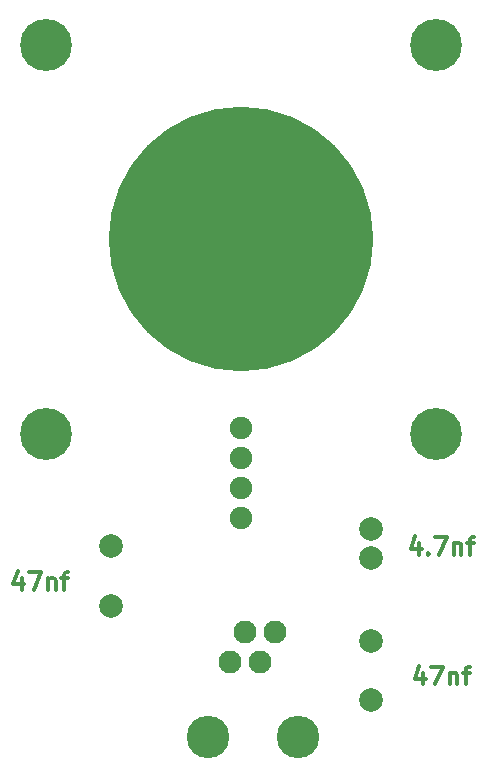
<source format=gbr>
%TF.GenerationSoftware,KiCad,Pcbnew,4.0.7-e2-6376~58~ubuntu16.04.1*%
%TF.CreationDate,2017-12-30T21:22:18+10:00*%
%TF.ProjectId,CurrentSensor,43757272656E7453656E736F722E6B69,rev?*%
%TF.FileFunction,Soldermask,Top*%
%FSLAX46Y46*%
G04 Gerber Fmt 4.6, Leading zero omitted, Abs format (unit mm)*
G04 Created by KiCad (PCBNEW 4.0.7-e2-6376~58~ubuntu16.04.1) date Sat Dec 30 21:22:18 2017*
%MOMM*%
%LPD*%
G01*
G04 APERTURE LIST*
%ADD10C,0.100000*%
%ADD11C,0.300000*%
%ADD12C,2.000000*%
%ADD13C,1.950000*%
%ADD14C,3.600000*%
%ADD15C,22.400000*%
%ADD16C,4.400000*%
%ADD17C,1.900000*%
G04 APERTURE END LIST*
D10*
D11*
X128464286Y-83678571D02*
X128464286Y-84678571D01*
X128107143Y-83107143D02*
X127750000Y-84178571D01*
X128678572Y-84178571D01*
X129107143Y-83178571D02*
X130107143Y-83178571D01*
X129464286Y-84678571D01*
X130678571Y-83678571D02*
X130678571Y-84678571D01*
X130678571Y-83821429D02*
X130749999Y-83750000D01*
X130892857Y-83678571D01*
X131107142Y-83678571D01*
X131249999Y-83750000D01*
X131321428Y-83892857D01*
X131321428Y-84678571D01*
X131821428Y-83678571D02*
X132392857Y-83678571D01*
X132035714Y-84678571D02*
X132035714Y-83392857D01*
X132107142Y-83250000D01*
X132250000Y-83178571D01*
X132392857Y-83178571D01*
X162464286Y-91678571D02*
X162464286Y-92678571D01*
X162107143Y-91107143D02*
X161750000Y-92178571D01*
X162678572Y-92178571D01*
X163107143Y-91178571D02*
X164107143Y-91178571D01*
X163464286Y-92678571D01*
X164678571Y-91678571D02*
X164678571Y-92678571D01*
X164678571Y-91821429D02*
X164749999Y-91750000D01*
X164892857Y-91678571D01*
X165107142Y-91678571D01*
X165249999Y-91750000D01*
X165321428Y-91892857D01*
X165321428Y-92678571D01*
X165821428Y-91678571D02*
X166392857Y-91678571D01*
X166035714Y-92678571D02*
X166035714Y-91392857D01*
X166107142Y-91250000D01*
X166250000Y-91178571D01*
X166392857Y-91178571D01*
X162107143Y-80678571D02*
X162107143Y-81678571D01*
X161750000Y-80107143D02*
X161392857Y-81178571D01*
X162321429Y-81178571D01*
X162892857Y-81535714D02*
X162964285Y-81607143D01*
X162892857Y-81678571D01*
X162821428Y-81607143D01*
X162892857Y-81535714D01*
X162892857Y-81678571D01*
X163464286Y-80178571D02*
X164464286Y-80178571D01*
X163821429Y-81678571D01*
X165035714Y-80678571D02*
X165035714Y-81678571D01*
X165035714Y-80821429D02*
X165107142Y-80750000D01*
X165250000Y-80678571D01*
X165464285Y-80678571D01*
X165607142Y-80750000D01*
X165678571Y-80892857D01*
X165678571Y-81678571D01*
X166178571Y-80678571D02*
X166750000Y-80678571D01*
X166392857Y-81678571D02*
X166392857Y-80392857D01*
X166464285Y-80250000D01*
X166607143Y-80178571D01*
X166750000Y-80178571D01*
D12*
X158000000Y-94000000D03*
X158000000Y-89000000D03*
X136000000Y-81000000D03*
X136000000Y-86000000D03*
X158000000Y-82000000D03*
X158000000Y-79500000D03*
D13*
X146095000Y-90800000D03*
X147365000Y-88260000D03*
X148635000Y-90800000D03*
X149905000Y-88260000D03*
D14*
X144190000Y-97150000D03*
X151810000Y-97150000D03*
D15*
X147000000Y-55000000D03*
D16*
X163500000Y-38500000D03*
X130500000Y-38500000D03*
X130500000Y-71500000D03*
X163500000Y-71500000D03*
D17*
X147000000Y-71000000D03*
X147000000Y-73540000D03*
X147000000Y-76080000D03*
X147000000Y-78620000D03*
M02*

</source>
